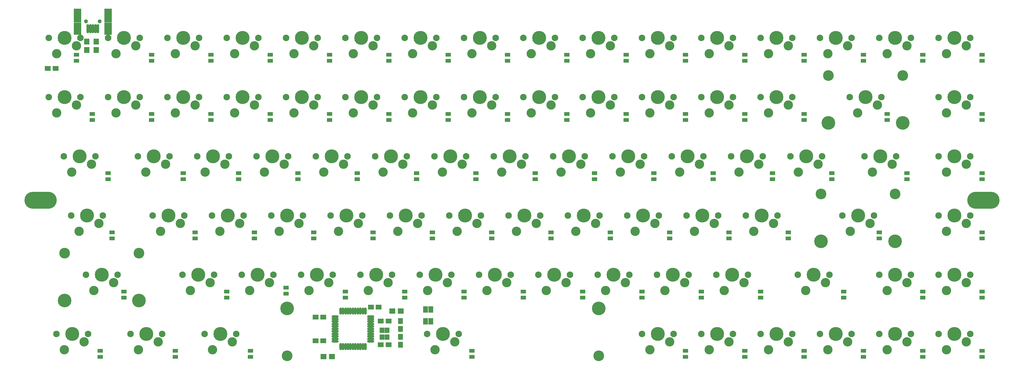
<source format=gbr>
G04 #@! TF.FileFunction,Soldermask,Bot*
%FSLAX46Y46*%
G04 Gerber Fmt 4.6, Leading zero omitted, Abs format (unit mm)*
G04 Created by KiCad (PCBNEW 4.0.1-stable) date 2/13/2016 10:11:50 PM*
%MOMM*%
G01*
G04 APERTURE LIST*
%ADD10C,0.100000*%
%ADD11R,1.650000X1.900000*%
%ADD12R,1.900000X1.650000*%
%ADD13R,1.797000X1.289000*%
%ADD14O,2.299920X0.806400*%
%ADD15O,0.806400X2.299920*%
%ADD16R,2.449780X4.400500*%
%ADD17R,2.449780X3.900120*%
%ADD18O,0.900400X2.900000*%
%ADD19C,1.300000*%
%ADD20R,1.700000X1.900000*%
%ADD21R,1.900000X1.700000*%
%ADD22R,1.500000X2.000000*%
%ADD23C,4.499560*%
%ADD24C,3.000960*%
%ADD25C,2.099260*%
%ADD26R,1.550620X1.799540*%
%ADD27C,3.448000*%
%ADD28C,4.380200*%
%ADD29O,10.399980X5.401260*%
G04 APERTURE END LIST*
D10*
D11*
X107823000Y-93579000D03*
X107823000Y-91079000D03*
X107823000Y-96159000D03*
X107823000Y-98659000D03*
D12*
X98318000Y-86614000D03*
X100818000Y-86614000D03*
X80538000Y-97409000D03*
X83038000Y-97409000D03*
X83038000Y-89789000D03*
X80538000Y-89789000D03*
X101493000Y-98679000D03*
X103993000Y-98679000D03*
X101493000Y-91059000D03*
X103993000Y-91059000D03*
X-5441000Y-9779000D03*
X-2941000Y-9779000D03*
D13*
X3810000Y-5397500D03*
X3810000Y-7302500D03*
X27940000Y-5397500D03*
X27940000Y-7302500D03*
X46990000Y-5397500D03*
X46990000Y-7302500D03*
X66040000Y-5397500D03*
X66040000Y-7302500D03*
X85090000Y-5397500D03*
X85090000Y-7302500D03*
X104140000Y-5397500D03*
X104140000Y-7302500D03*
X123190000Y-5397500D03*
X123190000Y-7302500D03*
X142240000Y-5397500D03*
X142240000Y-7302500D03*
X161290000Y-5397500D03*
X161290000Y-7302500D03*
X180340000Y-5397500D03*
X180340000Y-7302500D03*
X199390000Y-5397500D03*
X199390000Y-7302500D03*
X218440000Y-5397500D03*
X218440000Y-7302500D03*
X237490000Y-5397500D03*
X237490000Y-7302500D03*
X256540000Y-5397500D03*
X256540000Y-7302500D03*
X275590000Y-5397500D03*
X275590000Y-7302500D03*
X294640000Y-5397500D03*
X294640000Y-7302500D03*
X8890000Y-24447500D03*
X8890000Y-26352500D03*
X27940000Y-24447500D03*
X27940000Y-26352500D03*
X46990000Y-24447500D03*
X46990000Y-26352500D03*
X66040000Y-24447500D03*
X66040000Y-26352500D03*
X85090000Y-24447500D03*
X85090000Y-26352500D03*
X104140000Y-24447500D03*
X104140000Y-26352500D03*
X123190000Y-24447500D03*
X123190000Y-26352500D03*
X142240000Y-24447500D03*
X142240000Y-26352500D03*
X161290000Y-24447500D03*
X161290000Y-26352500D03*
X180340000Y-24447500D03*
X180340000Y-26352500D03*
X199390000Y-24447500D03*
X199390000Y-26352500D03*
X218440000Y-24447500D03*
X218440000Y-26352500D03*
X237490000Y-24447500D03*
X237490000Y-26352500D03*
X264160000Y-24447500D03*
X264160000Y-26352500D03*
X294640000Y-24447500D03*
X294640000Y-26352500D03*
X13970000Y-43497500D03*
X13970000Y-45402500D03*
X38100000Y-43497500D03*
X38100000Y-45402500D03*
X55880000Y-43497500D03*
X55880000Y-45402500D03*
X74930000Y-43497500D03*
X74930000Y-45402500D03*
X93980000Y-43497500D03*
X93980000Y-45402500D03*
X113030000Y-43497500D03*
X113030000Y-45402500D03*
X132080000Y-43497500D03*
X132080000Y-45402500D03*
X151130000Y-43497500D03*
X151130000Y-45402500D03*
X170180000Y-43497500D03*
X170180000Y-45402500D03*
X189230000Y-43497500D03*
X189230000Y-45402500D03*
X208280000Y-43497500D03*
X208280000Y-45402500D03*
X227330000Y-43497500D03*
X227330000Y-45402500D03*
X246380000Y-43497500D03*
X246380000Y-45402500D03*
X270510000Y-43497500D03*
X270510000Y-45402500D03*
X294640000Y-43497500D03*
X294640000Y-45402500D03*
X15240000Y-62547500D03*
X15240000Y-64452500D03*
X41910000Y-62547500D03*
X41910000Y-64452500D03*
X60960000Y-62547500D03*
X60960000Y-64452500D03*
X80010000Y-62547500D03*
X80010000Y-64452500D03*
X99060000Y-62547500D03*
X99060000Y-64452500D03*
X118110000Y-62547500D03*
X118110000Y-64452500D03*
X137160000Y-62547500D03*
X137160000Y-64452500D03*
X156210000Y-62547500D03*
X156210000Y-64452500D03*
X175260000Y-62547500D03*
X175260000Y-64452500D03*
X194310000Y-62547500D03*
X194310000Y-64452500D03*
X213360000Y-62547500D03*
X213360000Y-64452500D03*
X232410000Y-62547500D03*
X232410000Y-64452500D03*
X261620000Y-62547500D03*
X261620000Y-64452500D03*
X294640000Y-62547500D03*
X294640000Y-64452500D03*
X19050000Y-81597500D03*
X19050000Y-83502500D03*
X52070000Y-81597500D03*
X52070000Y-83502500D03*
X71120000Y-80327500D03*
X71120000Y-82232500D03*
X90170000Y-81597500D03*
X90170000Y-83502500D03*
X109220000Y-81597500D03*
X109220000Y-83502500D03*
X128270000Y-81597500D03*
X128270000Y-83502500D03*
X147320000Y-81597500D03*
X147320000Y-83502500D03*
X166370000Y-81597500D03*
X166370000Y-83502500D03*
X185420000Y-81597500D03*
X185420000Y-83502500D03*
X204470000Y-81597500D03*
X204470000Y-83502500D03*
X223520000Y-81597500D03*
X223520000Y-83502500D03*
X250190000Y-81597500D03*
X250190000Y-83502500D03*
X275590000Y-81597500D03*
X275590000Y-83502500D03*
X294640000Y-81597500D03*
X294640000Y-83502500D03*
X11430000Y-100647500D03*
X11430000Y-102552500D03*
X35560000Y-100647500D03*
X35560000Y-102552500D03*
X59690000Y-100647500D03*
X59690000Y-102552500D03*
X130810000Y-100647500D03*
X130810000Y-102552500D03*
X199390000Y-100647500D03*
X199390000Y-102552500D03*
X218440000Y-100647500D03*
X218440000Y-102552500D03*
X237490000Y-100647500D03*
X237490000Y-102552500D03*
X256540000Y-100647500D03*
X256540000Y-102552500D03*
X275590000Y-100647500D03*
X275590000Y-102552500D03*
X294640000Y-100647500D03*
X294640000Y-102552500D03*
D14*
X86868000Y-93599000D03*
X86868000Y-92798900D03*
X86868000Y-91998800D03*
X86868000Y-91198700D03*
X86868000Y-90398600D03*
X86868000Y-89598500D03*
X86868000Y-94399100D03*
X86868000Y-95199200D03*
X86868000Y-95999300D03*
X86868000Y-96799400D03*
X86868000Y-97599500D03*
X98298000Y-93599000D03*
X98298000Y-92798900D03*
X98298000Y-91998800D03*
X98298000Y-91198700D03*
X98298000Y-90398600D03*
X98298000Y-89598500D03*
X98298000Y-94399100D03*
X98298000Y-95199200D03*
X98298000Y-95999300D03*
X98298000Y-96799400D03*
X98298000Y-97599500D03*
D15*
X92583000Y-87884000D03*
X92583000Y-99314000D03*
X93383100Y-87884000D03*
X93383100Y-99314000D03*
X94183200Y-99314000D03*
X94183200Y-87884000D03*
X94983300Y-87884000D03*
X94983300Y-99314000D03*
X95783400Y-99314000D03*
X95783400Y-87884000D03*
X96583500Y-87884000D03*
X96583500Y-99314000D03*
X91782900Y-99314000D03*
X91782900Y-87884000D03*
X90982800Y-87884000D03*
X90982800Y-99314000D03*
X90182700Y-99314000D03*
X90182700Y-87884000D03*
X89382600Y-87884000D03*
X89382600Y-99314000D03*
X88582500Y-99314000D03*
X88582500Y-87884000D03*
D16*
X13977560Y7229770D03*
X4127440Y7229770D03*
D17*
X4127440Y2977810D03*
X13977560Y2977810D03*
D18*
X9052500Y2977850D03*
X8252400Y2977850D03*
X7452300Y2977850D03*
X9852600Y2977850D03*
X10652700Y2977850D03*
D19*
X6852500Y5328750D03*
X11252500Y5328750D03*
D20*
X7112000Y-1190000D03*
X7112000Y-3890000D03*
X10160000Y-3890000D03*
X10160000Y-1190000D03*
D21*
X85805000Y-102489000D03*
X83105000Y-102489000D03*
X105203000Y-87884000D03*
X107903000Y-87884000D03*
D22*
X117563900Y-91181000D03*
X115863000Y-91181000D03*
X117563900Y-87381000D03*
X115862100Y-87381000D03*
D23*
X0Y0D03*
D24*
X-2540000Y-5080000D03*
X3810000Y-2540000D03*
D25*
X5080000Y0D03*
X-5080000Y0D03*
D23*
X19050000Y0D03*
D24*
X16510000Y-5080000D03*
X22860000Y-2540000D03*
D25*
X24130000Y0D03*
X13970000Y0D03*
D23*
X38100000Y0D03*
D24*
X35560000Y-5080000D03*
X41910000Y-2540000D03*
D25*
X43180000Y0D03*
X33020000Y0D03*
D23*
X57150000Y0D03*
D24*
X54610000Y-5080000D03*
X60960000Y-2540000D03*
D25*
X62230000Y0D03*
X52070000Y0D03*
D23*
X76200000Y0D03*
D24*
X73660000Y-5080000D03*
X80010000Y-2540000D03*
D25*
X81280000Y0D03*
X71120000Y0D03*
D23*
X95250000Y0D03*
D24*
X92710000Y-5080000D03*
X99060000Y-2540000D03*
D25*
X100330000Y0D03*
X90170000Y0D03*
D23*
X114300000Y0D03*
D24*
X111760000Y-5080000D03*
X118110000Y-2540000D03*
D25*
X119380000Y0D03*
X109220000Y0D03*
D23*
X133350000Y0D03*
D24*
X130810000Y-5080000D03*
X137160000Y-2540000D03*
D25*
X138430000Y0D03*
X128270000Y0D03*
D23*
X152400000Y0D03*
D24*
X149860000Y-5080000D03*
X156210000Y-2540000D03*
D25*
X157480000Y0D03*
X147320000Y0D03*
D23*
X171450000Y0D03*
D24*
X168910000Y-5080000D03*
X175260000Y-2540000D03*
D25*
X176530000Y0D03*
X166370000Y0D03*
D23*
X190500000Y0D03*
D24*
X187960000Y-5080000D03*
X194310000Y-2540000D03*
D25*
X195580000Y0D03*
X185420000Y0D03*
D23*
X209550000Y0D03*
D24*
X207010000Y-5080000D03*
X213360000Y-2540000D03*
D25*
X214630000Y0D03*
X204470000Y0D03*
D23*
X228600000Y0D03*
D24*
X226060000Y-5080000D03*
X232410000Y-2540000D03*
D25*
X233680000Y0D03*
X223520000Y0D03*
D23*
X247650000Y0D03*
D24*
X245110000Y-5080000D03*
X251460000Y-2540000D03*
D25*
X252730000Y0D03*
X242570000Y0D03*
D23*
X266700000Y0D03*
D24*
X264160000Y-5080000D03*
X270510000Y-2540000D03*
D25*
X271780000Y0D03*
X261620000Y0D03*
D23*
X285750000Y0D03*
D24*
X283210000Y-5080000D03*
X289560000Y-2540000D03*
D25*
X290830000Y0D03*
X280670000Y0D03*
D23*
X0Y-19050000D03*
D24*
X-2540000Y-24130000D03*
X3810000Y-21590000D03*
D25*
X5080000Y-19050000D03*
X-5080000Y-19050000D03*
D23*
X19050000Y-19050000D03*
D24*
X16510000Y-24130000D03*
X22860000Y-21590000D03*
D25*
X24130000Y-19050000D03*
X13970000Y-19050000D03*
D23*
X38100000Y-19050000D03*
D24*
X35560000Y-24130000D03*
X41910000Y-21590000D03*
D25*
X43180000Y-19050000D03*
X33020000Y-19050000D03*
D23*
X57150000Y-19050000D03*
D24*
X54610000Y-24130000D03*
X60960000Y-21590000D03*
D25*
X62230000Y-19050000D03*
X52070000Y-19050000D03*
D23*
X76200000Y-19050000D03*
D24*
X73660000Y-24130000D03*
X80010000Y-21590000D03*
D25*
X81280000Y-19050000D03*
X71120000Y-19050000D03*
D23*
X95250000Y-19050000D03*
D24*
X92710000Y-24130000D03*
X99060000Y-21590000D03*
D25*
X100330000Y-19050000D03*
X90170000Y-19050000D03*
D23*
X114300000Y-19050000D03*
D24*
X111760000Y-24130000D03*
X118110000Y-21590000D03*
D25*
X119380000Y-19050000D03*
X109220000Y-19050000D03*
D23*
X133350000Y-19050000D03*
D24*
X130810000Y-24130000D03*
X137160000Y-21590000D03*
D25*
X138430000Y-19050000D03*
X128270000Y-19050000D03*
D23*
X152400000Y-19050000D03*
D24*
X149860000Y-24130000D03*
X156210000Y-21590000D03*
D25*
X157480000Y-19050000D03*
X147320000Y-19050000D03*
D23*
X171450000Y-19050000D03*
D24*
X168910000Y-24130000D03*
X175260000Y-21590000D03*
D25*
X176530000Y-19050000D03*
X166370000Y-19050000D03*
D23*
X190500000Y-19050000D03*
D24*
X187960000Y-24130000D03*
X194310000Y-21590000D03*
D25*
X195580000Y-19050000D03*
X185420000Y-19050000D03*
D23*
X209550000Y-19050000D03*
D24*
X207010000Y-24130000D03*
X213360000Y-21590000D03*
D25*
X214630000Y-19050000D03*
X204470000Y-19050000D03*
D23*
X228600000Y-19050000D03*
D24*
X226060000Y-24130000D03*
X232410000Y-21590000D03*
D25*
X233680000Y-19050000D03*
X223520000Y-19050000D03*
D23*
X257175000Y-19050000D03*
D24*
X254635000Y-24130000D03*
X260985000Y-21590000D03*
D25*
X262255000Y-19050000D03*
X252095000Y-19050000D03*
D23*
X285750000Y-19050000D03*
D24*
X283210000Y-24130000D03*
X289560000Y-21590000D03*
D25*
X290830000Y-19050000D03*
X280670000Y-19050000D03*
D23*
X4762500Y-38100000D03*
D24*
X2222500Y-43180000D03*
X8572500Y-40640000D03*
D25*
X9842500Y-38100000D03*
X-317500Y-38100000D03*
D23*
X28575000Y-38100000D03*
D24*
X26035000Y-43180000D03*
X32385000Y-40640000D03*
D25*
X33655000Y-38100000D03*
X23495000Y-38100000D03*
D23*
X47625000Y-38100000D03*
D24*
X45085000Y-43180000D03*
X51435000Y-40640000D03*
D25*
X52705000Y-38100000D03*
X42545000Y-38100000D03*
D23*
X66675000Y-38100000D03*
D24*
X64135000Y-43180000D03*
X70485000Y-40640000D03*
D25*
X71755000Y-38100000D03*
X61595000Y-38100000D03*
D23*
X85725000Y-38100000D03*
D24*
X83185000Y-43180000D03*
X89535000Y-40640000D03*
D25*
X90805000Y-38100000D03*
X80645000Y-38100000D03*
D23*
X104775000Y-38100000D03*
D24*
X102235000Y-43180000D03*
X108585000Y-40640000D03*
D25*
X109855000Y-38100000D03*
X99695000Y-38100000D03*
D23*
X123825000Y-38100000D03*
D24*
X121285000Y-43180000D03*
X127635000Y-40640000D03*
D25*
X128905000Y-38100000D03*
X118745000Y-38100000D03*
D23*
X142875000Y-38100000D03*
D24*
X140335000Y-43180000D03*
X146685000Y-40640000D03*
D25*
X147955000Y-38100000D03*
X137795000Y-38100000D03*
D23*
X161925000Y-38100000D03*
D24*
X159385000Y-43180000D03*
X165735000Y-40640000D03*
D25*
X167005000Y-38100000D03*
X156845000Y-38100000D03*
D23*
X180975000Y-38100000D03*
D24*
X178435000Y-43180000D03*
X184785000Y-40640000D03*
D25*
X186055000Y-38100000D03*
X175895000Y-38100000D03*
D23*
X200025000Y-38100000D03*
D24*
X197485000Y-43180000D03*
X203835000Y-40640000D03*
D25*
X205105000Y-38100000D03*
X194945000Y-38100000D03*
D23*
X219075000Y-38100000D03*
D24*
X216535000Y-43180000D03*
X222885000Y-40640000D03*
D25*
X224155000Y-38100000D03*
X213995000Y-38100000D03*
D23*
X238125000Y-38100000D03*
D24*
X235585000Y-43180000D03*
X241935000Y-40640000D03*
D25*
X243205000Y-38100000D03*
X233045000Y-38100000D03*
D23*
X261937500Y-38100000D03*
D24*
X259397500Y-43180000D03*
X265747500Y-40640000D03*
D25*
X267017500Y-38100000D03*
X256857500Y-38100000D03*
D23*
X285750000Y-38100000D03*
D24*
X283210000Y-43180000D03*
X289560000Y-40640000D03*
D25*
X290830000Y-38100000D03*
X280670000Y-38100000D03*
D23*
X7145020Y-57150000D03*
D24*
X4605020Y-62230000D03*
X10955020Y-59690000D03*
D25*
X12225020Y-57150000D03*
X2065020Y-57150000D03*
D23*
X33337500Y-57150000D03*
D24*
X30797500Y-62230000D03*
X37147500Y-59690000D03*
D25*
X38417500Y-57150000D03*
X28257500Y-57150000D03*
D23*
X52387500Y-57150000D03*
D24*
X49847500Y-62230000D03*
X56197500Y-59690000D03*
D25*
X57467500Y-57150000D03*
X47307500Y-57150000D03*
D23*
X71437500Y-57150000D03*
D24*
X68897500Y-62230000D03*
X75247500Y-59690000D03*
D25*
X76517500Y-57150000D03*
X66357500Y-57150000D03*
D23*
X90487500Y-57150000D03*
D24*
X87947500Y-62230000D03*
X94297500Y-59690000D03*
D25*
X95567500Y-57150000D03*
X85407500Y-57150000D03*
D23*
X109537500Y-57150000D03*
D24*
X106997500Y-62230000D03*
X113347500Y-59690000D03*
D25*
X114617500Y-57150000D03*
X104457500Y-57150000D03*
D23*
X128587500Y-57150000D03*
D24*
X126047500Y-62230000D03*
X132397500Y-59690000D03*
D25*
X133667500Y-57150000D03*
X123507500Y-57150000D03*
D23*
X147637500Y-57150000D03*
D24*
X145097500Y-62230000D03*
X151447500Y-59690000D03*
D25*
X152717500Y-57150000D03*
X142557500Y-57150000D03*
D23*
X166687500Y-57150000D03*
D24*
X164147500Y-62230000D03*
X170497500Y-59690000D03*
D25*
X171767500Y-57150000D03*
X161607500Y-57150000D03*
D23*
X185737500Y-57150000D03*
D24*
X183197500Y-62230000D03*
X189547500Y-59690000D03*
D25*
X190817500Y-57150000D03*
X180657500Y-57150000D03*
D23*
X204787500Y-57150000D03*
D24*
X202247500Y-62230000D03*
X208597500Y-59690000D03*
D25*
X209867500Y-57150000D03*
X199707500Y-57150000D03*
D23*
X223837500Y-57150000D03*
D24*
X221297500Y-62230000D03*
X227647500Y-59690000D03*
D25*
X228917500Y-57150000D03*
X218757500Y-57150000D03*
D23*
X254795020Y-57150000D03*
D24*
X252255020Y-62230000D03*
X258605020Y-59690000D03*
D25*
X259875020Y-57150000D03*
X249715020Y-57150000D03*
D23*
X285750000Y-57150000D03*
D24*
X283210000Y-62230000D03*
X289560000Y-59690000D03*
D25*
X290830000Y-57150000D03*
X280670000Y-57150000D03*
D23*
X11906250Y-76200000D03*
D24*
X9366250Y-81280000D03*
X15716250Y-78740000D03*
D25*
X16986250Y-76200000D03*
X6826250Y-76200000D03*
D23*
X42862500Y-76200000D03*
D24*
X40322500Y-81280000D03*
X46672500Y-78740000D03*
D25*
X47942500Y-76200000D03*
X37782500Y-76200000D03*
D23*
X61912500Y-76200000D03*
D24*
X59372500Y-81280000D03*
X65722500Y-78740000D03*
D25*
X66992500Y-76200000D03*
X56832500Y-76200000D03*
D23*
X80962500Y-76200000D03*
D24*
X78422500Y-81280000D03*
X84772500Y-78740000D03*
D25*
X86042500Y-76200000D03*
X75882500Y-76200000D03*
D23*
X100012500Y-76200000D03*
D24*
X97472500Y-81280000D03*
X103822500Y-78740000D03*
D25*
X105092500Y-76200000D03*
X94932500Y-76200000D03*
D23*
X119062500Y-76200000D03*
D24*
X116522500Y-81280000D03*
X122872500Y-78740000D03*
D25*
X124142500Y-76200000D03*
X113982500Y-76200000D03*
D23*
X138112500Y-76200000D03*
D24*
X135572500Y-81280000D03*
X141922500Y-78740000D03*
D25*
X143192500Y-76200000D03*
X133032500Y-76200000D03*
D23*
X157162500Y-76200000D03*
D24*
X154622500Y-81280000D03*
X160972500Y-78740000D03*
D25*
X162242500Y-76200000D03*
X152082500Y-76200000D03*
D23*
X176212500Y-76200000D03*
D24*
X173672500Y-81280000D03*
X180022500Y-78740000D03*
D25*
X181292500Y-76200000D03*
X171132500Y-76200000D03*
D23*
X195262500Y-76200000D03*
D24*
X192722500Y-81280000D03*
X199072500Y-78740000D03*
D25*
X200342500Y-76200000D03*
X190182500Y-76200000D03*
D23*
X214312500Y-76200000D03*
D24*
X211772500Y-81280000D03*
X218122500Y-78740000D03*
D25*
X219392500Y-76200000D03*
X209232500Y-76200000D03*
D23*
X240506250Y-76200000D03*
D24*
X237966250Y-81280000D03*
X244316250Y-78740000D03*
D25*
X245586250Y-76200000D03*
X235426250Y-76200000D03*
D23*
X266700000Y-76200000D03*
D24*
X264160000Y-81280000D03*
X270510000Y-78740000D03*
D25*
X271780000Y-76200000D03*
X261620000Y-76200000D03*
D23*
X285750000Y-76200000D03*
D24*
X283210000Y-81280000D03*
X289560000Y-78740000D03*
D25*
X290830000Y-76200000D03*
X280670000Y-76200000D03*
D23*
X2382520Y-95250000D03*
D24*
X-157480Y-100330000D03*
X6192520Y-97790000D03*
D25*
X7462520Y-95250000D03*
X-2697480Y-95250000D03*
D23*
X26195020Y-95250000D03*
D24*
X23655020Y-100330000D03*
X30005020Y-97790000D03*
D25*
X31275020Y-95250000D03*
X21115020Y-95250000D03*
D23*
X50007520Y-95250000D03*
D24*
X47467520Y-100330000D03*
X53817520Y-97790000D03*
D25*
X55087520Y-95250000D03*
X44927520Y-95250000D03*
D23*
X121445020Y-95250000D03*
D24*
X118905020Y-100330000D03*
X125255020Y-97790000D03*
D25*
X126525020Y-95250000D03*
X116365020Y-95250000D03*
D23*
X190500000Y-95250000D03*
D24*
X187960000Y-100330000D03*
X194310000Y-97790000D03*
D25*
X195580000Y-95250000D03*
X185420000Y-95250000D03*
D23*
X209550000Y-95250000D03*
D24*
X207010000Y-100330000D03*
X213360000Y-97790000D03*
D25*
X214630000Y-95250000D03*
X204470000Y-95250000D03*
D23*
X228600000Y-95250000D03*
D24*
X226060000Y-100330000D03*
X232410000Y-97790000D03*
D25*
X233680000Y-95250000D03*
X223520000Y-95250000D03*
D23*
X247650000Y-95250000D03*
D24*
X245110000Y-100330000D03*
X251460000Y-97790000D03*
D25*
X252730000Y-95250000D03*
X242570000Y-95250000D03*
D23*
X266700000Y-95250000D03*
D24*
X264160000Y-100330000D03*
X270510000Y-97790000D03*
D25*
X271780000Y-95250000D03*
X261620000Y-95250000D03*
D23*
X285750000Y-95250000D03*
D24*
X283210000Y-100330000D03*
X289560000Y-97790000D03*
D25*
X290830000Y-95250000D03*
X280670000Y-95250000D03*
D26*
X101942900Y-94023180D03*
X101942900Y-96222820D03*
X103543100Y-94023180D03*
X103543100Y-96222820D03*
D27*
X245270020Y-12065000D03*
D28*
X245270020Y-27305000D03*
D27*
X269082520Y-12065000D03*
D28*
X269082520Y-27305000D03*
D27*
X242888770Y-50165000D03*
D28*
X242888770Y-65405000D03*
D27*
X266701270Y-50165000D03*
D28*
X266701270Y-65405000D03*
D27*
X0Y-69215000D03*
D28*
X0Y-84455000D03*
D27*
X23812500Y-69215000D03*
D28*
X23812500Y-84455000D03*
D27*
X71407020Y-102267258D03*
D28*
X71407020Y-87027258D03*
D27*
X171483020Y-102267258D03*
D28*
X171483020Y-87027258D03*
D29*
X-7747000Y-52197000D03*
X295021000Y-52197000D03*
M02*

</source>
